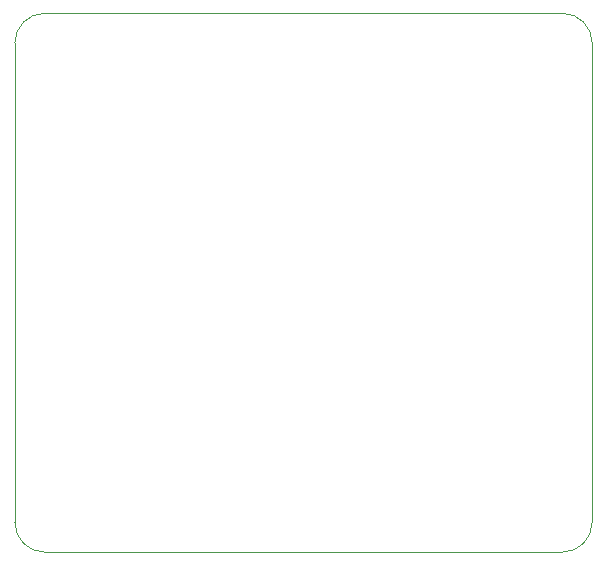
<source format=gbr>
G04 #@! TF.GenerationSoftware,KiCad,Pcbnew,(6.0.0-0)*
G04 #@! TF.CreationDate,2022-01-05T14:02:20-06:00*
G04 #@! TF.ProjectId,castellated_breakout,63617374-656c-46c6-9174-65645f627265,rev?*
G04 #@! TF.SameCoordinates,Original*
G04 #@! TF.FileFunction,Profile,NP*
%FSLAX46Y46*%
G04 Gerber Fmt 4.6, Leading zero omitted, Abs format (unit mm)*
G04 Created by KiCad (PCBNEW (6.0.0-0)) date 2022-01-05 14:02:20*
%MOMM*%
%LPD*%
G01*
G04 APERTURE LIST*
G04 #@! TA.AperFunction,Profile*
%ADD10C,0.050000*%
G04 #@! TD*
G04 APERTURE END LIST*
D10*
X133985000Y-73740000D02*
X133985000Y-78740000D01*
X136525000Y-71200000D02*
X180340000Y-71200000D01*
X182880000Y-78740000D02*
X182880000Y-73740000D01*
X133985000Y-114300000D02*
X133985000Y-78740000D01*
X180340000Y-116840000D02*
X136525000Y-116840000D01*
X182880000Y-78740000D02*
X182880000Y-114300000D01*
X133985000Y-114300000D02*
G75*
G03*
X136525000Y-116840000I2540000J0D01*
G01*
X180340000Y-116840000D02*
G75*
G03*
X182880000Y-114300000I0J2540000D01*
G01*
X182880000Y-73740000D02*
G75*
G03*
X180340000Y-71200000I-2540000J0D01*
G01*
X136525000Y-71200000D02*
G75*
G03*
X133985000Y-73740000I0J-2540000D01*
G01*
M02*

</source>
